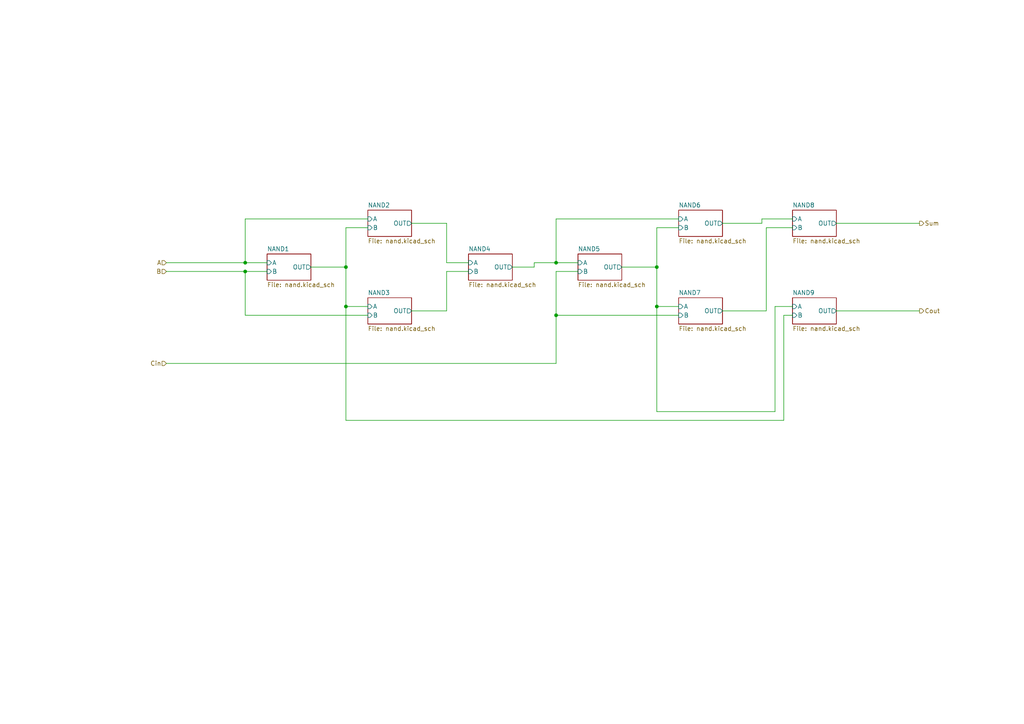
<source format=kicad_sch>
(kicad_sch
	(version 20231120)
	(generator "eeschema")
	(generator_version "8.0")
	(uuid "af218313-781e-4b38-a801-e43dc962a245")
	(paper "A4")
	(lib_symbols)
	(junction
		(at 161.29 91.44)
		(diameter 0)
		(color 0 0 0 0)
		(uuid "0afeaad8-8f78-4a95-818f-f6502d08ef04")
	)
	(junction
		(at 71.12 76.2)
		(diameter 0)
		(color 0 0 0 0)
		(uuid "1ac1a938-eab2-46a2-9177-d3f46ed84056")
	)
	(junction
		(at 190.5 88.9)
		(diameter 0)
		(color 0 0 0 0)
		(uuid "51641216-6e3d-4013-86ad-7d1d3827a3f0")
	)
	(junction
		(at 100.33 88.9)
		(diameter 0)
		(color 0 0 0 0)
		(uuid "6153ead9-c468-4549-8066-3efaa5366367")
	)
	(junction
		(at 71.12 78.74)
		(diameter 0)
		(color 0 0 0 0)
		(uuid "73584d66-58e3-4aea-989e-597ecdbb0836")
	)
	(junction
		(at 100.33 77.47)
		(diameter 0)
		(color 0 0 0 0)
		(uuid "ac24fd5a-bf55-4f09-ac56-6b51b4a2dac7")
	)
	(junction
		(at 190.5 77.47)
		(diameter 0)
		(color 0 0 0 0)
		(uuid "be3f0553-73a5-4baf-9643-622449e407cc")
	)
	(junction
		(at 161.29 76.2)
		(diameter 0)
		(color 0 0 0 0)
		(uuid "c56e8933-e029-42e1-a77c-a1fcf148ea40")
	)
	(wire
		(pts
			(xy 129.54 90.17) (xy 129.54 78.74)
		)
		(stroke
			(width 0)
			(type default)
		)
		(uuid "004f4c38-a1e3-4da1-b337-12a003c386ba")
	)
	(wire
		(pts
			(xy 190.5 77.47) (xy 190.5 66.04)
		)
		(stroke
			(width 0)
			(type default)
		)
		(uuid "040c62e9-98ad-4cfc-88ce-64ca247485a3")
	)
	(wire
		(pts
			(xy 100.33 77.47) (xy 100.33 66.04)
		)
		(stroke
			(width 0)
			(type default)
		)
		(uuid "0573f467-c5d8-4ad9-8489-2daf4f3af23f")
	)
	(wire
		(pts
			(xy 209.55 64.77) (xy 220.98 64.77)
		)
		(stroke
			(width 0)
			(type default)
		)
		(uuid "11026d9f-3642-4a13-8789-6ae54a4170b8")
	)
	(wire
		(pts
			(xy 190.5 66.04) (xy 196.85 66.04)
		)
		(stroke
			(width 0)
			(type default)
		)
		(uuid "14bb86be-21ac-4421-8a08-a9c5d35e6e9d")
	)
	(wire
		(pts
			(xy 161.29 78.74) (xy 161.29 91.44)
		)
		(stroke
			(width 0)
			(type default)
		)
		(uuid "20c4b99e-d076-45ee-bcef-66f37816e9fe")
	)
	(wire
		(pts
			(xy 229.87 88.9) (xy 224.79 88.9)
		)
		(stroke
			(width 0)
			(type default)
		)
		(uuid "23d265a4-7be4-44cd-8dba-96591d6c2046")
	)
	(wire
		(pts
			(xy 119.38 90.17) (xy 129.54 90.17)
		)
		(stroke
			(width 0)
			(type default)
		)
		(uuid "2ed198b0-a016-486f-8ba9-3fd88ee1559d")
	)
	(wire
		(pts
			(xy 161.29 91.44) (xy 161.29 105.41)
		)
		(stroke
			(width 0)
			(type default)
		)
		(uuid "36828f54-abe9-45c2-b859-511e8556393c")
	)
	(wire
		(pts
			(xy 100.33 121.92) (xy 227.33 121.92)
		)
		(stroke
			(width 0)
			(type default)
		)
		(uuid "3b40dd88-24ed-44ca-a5ac-4f9fb235146e")
	)
	(wire
		(pts
			(xy 190.5 119.38) (xy 224.79 119.38)
		)
		(stroke
			(width 0)
			(type default)
		)
		(uuid "3c42fe01-375a-4954-b899-b0f2b096f45a")
	)
	(wire
		(pts
			(xy 129.54 78.74) (xy 135.89 78.74)
		)
		(stroke
			(width 0)
			(type default)
		)
		(uuid "43cae488-5fc0-4c23-99bc-aa8a20e323a6")
	)
	(wire
		(pts
			(xy 161.29 76.2) (xy 161.29 63.5)
		)
		(stroke
			(width 0)
			(type default)
		)
		(uuid "442fb1b4-d49d-4fc3-8f89-16ac85d12f1b")
	)
	(wire
		(pts
			(xy 242.57 90.17) (xy 266.7 90.17)
		)
		(stroke
			(width 0)
			(type default)
		)
		(uuid "45c9e99b-3f40-4ad3-956f-320f99221ec7")
	)
	(wire
		(pts
			(xy 71.12 63.5) (xy 71.12 76.2)
		)
		(stroke
			(width 0)
			(type default)
		)
		(uuid "48751fdc-b7df-4dbd-947d-53044663fb1e")
	)
	(wire
		(pts
			(xy 180.34 77.47) (xy 190.5 77.47)
		)
		(stroke
			(width 0)
			(type default)
		)
		(uuid "4bb44a19-2f41-4005-8aa5-12704b407772")
	)
	(wire
		(pts
			(xy 222.25 66.04) (xy 229.87 66.04)
		)
		(stroke
			(width 0)
			(type default)
		)
		(uuid "5565962e-fc24-4cab-825a-78277a975e8e")
	)
	(wire
		(pts
			(xy 71.12 63.5) (xy 106.68 63.5)
		)
		(stroke
			(width 0)
			(type default)
		)
		(uuid "578f5577-6ef2-4936-b2f3-d066c68e93c5")
	)
	(wire
		(pts
			(xy 167.64 78.74) (xy 161.29 78.74)
		)
		(stroke
			(width 0)
			(type default)
		)
		(uuid "597cad29-d740-4699-afa7-5d2fac588c76")
	)
	(wire
		(pts
			(xy 100.33 88.9) (xy 100.33 121.92)
		)
		(stroke
			(width 0)
			(type default)
		)
		(uuid "60a5a1d1-7db2-470a-8374-e27274772014")
	)
	(wire
		(pts
			(xy 161.29 76.2) (xy 167.64 76.2)
		)
		(stroke
			(width 0)
			(type default)
		)
		(uuid "617f6736-f31c-412c-8ab2-6a86006f8733")
	)
	(wire
		(pts
			(xy 229.87 91.44) (xy 227.33 91.44)
		)
		(stroke
			(width 0)
			(type default)
		)
		(uuid "660b5eb4-3010-4265-b299-02fafdbd8736")
	)
	(wire
		(pts
			(xy 227.33 91.44) (xy 227.33 121.92)
		)
		(stroke
			(width 0)
			(type default)
		)
		(uuid "6c7a8ac6-2438-4844-aced-7bd49ef8ceeb")
	)
	(wire
		(pts
			(xy 224.79 88.9) (xy 224.79 119.38)
		)
		(stroke
			(width 0)
			(type default)
		)
		(uuid "73d1898d-6560-4e1c-86ee-670eeb3919fb")
	)
	(wire
		(pts
			(xy 154.94 76.2) (xy 161.29 76.2)
		)
		(stroke
			(width 0)
			(type default)
		)
		(uuid "79107e91-0dae-4a21-a7a7-a9380a8d0421")
	)
	(wire
		(pts
			(xy 242.57 64.77) (xy 266.7 64.77)
		)
		(stroke
			(width 0)
			(type default)
		)
		(uuid "7fcb4bfb-f3e4-4b24-b804-a665199cbb5d")
	)
	(wire
		(pts
			(xy 220.98 64.77) (xy 220.98 63.5)
		)
		(stroke
			(width 0)
			(type default)
		)
		(uuid "8438112c-651b-4e52-884d-63fc73b0230b")
	)
	(wire
		(pts
			(xy 190.5 88.9) (xy 190.5 119.38)
		)
		(stroke
			(width 0)
			(type default)
		)
		(uuid "8809980d-c763-4049-ba04-8146743fc554")
	)
	(wire
		(pts
			(xy 209.55 90.17) (xy 222.25 90.17)
		)
		(stroke
			(width 0)
			(type default)
		)
		(uuid "8efd3418-5ab6-44a4-9269-5b8d9e662731")
	)
	(wire
		(pts
			(xy 48.26 105.41) (xy 161.29 105.41)
		)
		(stroke
			(width 0)
			(type default)
		)
		(uuid "924f9b75-9ffa-49a6-9a59-a115dfa9e55a")
	)
	(wire
		(pts
			(xy 48.26 78.74) (xy 71.12 78.74)
		)
		(stroke
			(width 0)
			(type default)
		)
		(uuid "947dd494-bc01-4b28-99b6-1cd159892fa2")
	)
	(wire
		(pts
			(xy 77.47 78.74) (xy 71.12 78.74)
		)
		(stroke
			(width 0)
			(type default)
		)
		(uuid "9656aa9d-25aa-4477-a350-d806a56e285c")
	)
	(wire
		(pts
			(xy 119.38 64.77) (xy 129.54 64.77)
		)
		(stroke
			(width 0)
			(type default)
		)
		(uuid "99b61d19-3dde-4018-a6c6-0af06cb943ac")
	)
	(wire
		(pts
			(xy 129.54 76.2) (xy 135.89 76.2)
		)
		(stroke
			(width 0)
			(type default)
		)
		(uuid "adddfa10-428e-4ebf-9f50-b228c2e7112d")
	)
	(wire
		(pts
			(xy 220.98 63.5) (xy 229.87 63.5)
		)
		(stroke
			(width 0)
			(type default)
		)
		(uuid "b375b8ab-2113-41f8-b288-1c4e5e891767")
	)
	(wire
		(pts
			(xy 100.33 77.47) (xy 100.33 88.9)
		)
		(stroke
			(width 0)
			(type default)
		)
		(uuid "b5054364-7a68-4906-90cb-1f56e5bda2d7")
	)
	(wire
		(pts
			(xy 154.94 77.47) (xy 148.59 77.47)
		)
		(stroke
			(width 0)
			(type default)
		)
		(uuid "b80048a6-2947-4f5d-b476-231c32de3e75")
	)
	(wire
		(pts
			(xy 154.94 76.2) (xy 154.94 77.47)
		)
		(stroke
			(width 0)
			(type default)
		)
		(uuid "b842bc40-9731-4023-8289-5686288af5ce")
	)
	(wire
		(pts
			(xy 90.17 77.47) (xy 100.33 77.47)
		)
		(stroke
			(width 0)
			(type default)
		)
		(uuid "c27823e1-8f07-4cce-b171-4fd793df256b")
	)
	(wire
		(pts
			(xy 71.12 78.74) (xy 71.12 91.44)
		)
		(stroke
			(width 0)
			(type default)
		)
		(uuid "c3eb61b9-0970-4f32-86f6-8830a6578d17")
	)
	(wire
		(pts
			(xy 222.25 90.17) (xy 222.25 66.04)
		)
		(stroke
			(width 0)
			(type default)
		)
		(uuid "cbddd1f4-750d-48d5-a1ed-2a4388db50ab")
	)
	(wire
		(pts
			(xy 190.5 77.47) (xy 190.5 88.9)
		)
		(stroke
			(width 0)
			(type default)
		)
		(uuid "ce51b0ff-9272-44a9-832c-e1215b18e6c5")
	)
	(wire
		(pts
			(xy 190.5 88.9) (xy 196.85 88.9)
		)
		(stroke
			(width 0)
			(type default)
		)
		(uuid "d0b0d085-46b5-436d-b8c0-f671997ecac0")
	)
	(wire
		(pts
			(xy 100.33 66.04) (xy 106.68 66.04)
		)
		(stroke
			(width 0)
			(type default)
		)
		(uuid "d557fd5e-f05d-4f9b-b430-aacc0df4c60f")
	)
	(wire
		(pts
			(xy 71.12 91.44) (xy 106.68 91.44)
		)
		(stroke
			(width 0)
			(type default)
		)
		(uuid "dbd8e37f-717f-4a7d-9834-4b2285228076")
	)
	(wire
		(pts
			(xy 48.26 76.2) (xy 71.12 76.2)
		)
		(stroke
			(width 0)
			(type default)
		)
		(uuid "dde32a4b-1026-49ad-87a3-2219558ef451")
	)
	(wire
		(pts
			(xy 129.54 64.77) (xy 129.54 76.2)
		)
		(stroke
			(width 0)
			(type default)
		)
		(uuid "e4ed2cfe-6b8a-46d4-8ebc-97082cbb6e16")
	)
	(wire
		(pts
			(xy 161.29 63.5) (xy 196.85 63.5)
		)
		(stroke
			(width 0)
			(type default)
		)
		(uuid "eb1c2be3-03df-4eb6-94af-55cc13e44e78")
	)
	(wire
		(pts
			(xy 161.29 91.44) (xy 196.85 91.44)
		)
		(stroke
			(width 0)
			(type default)
		)
		(uuid "efe89bd8-8fc3-43b5-8b67-1bf8044dcbc0")
	)
	(wire
		(pts
			(xy 77.47 76.2) (xy 71.12 76.2)
		)
		(stroke
			(width 0)
			(type default)
		)
		(uuid "f7b9aa7d-baaa-4b19-80d9-740d7b8aad0f")
	)
	(wire
		(pts
			(xy 100.33 88.9) (xy 106.68 88.9)
		)
		(stroke
			(width 0)
			(type default)
		)
		(uuid "fefa50ae-c3ea-4cec-b657-99e2937f24a4")
	)
	(hierarchical_label "Cin"
		(shape input)
		(at 48.26 105.41 180)
		(fields_autoplaced yes)
		(effects
			(font
				(size 1.27 1.27)
			)
			(justify right)
		)
		(uuid "37c47ec3-d856-4075-9bc3-28969926b04b")
	)
	(hierarchical_label "A"
		(shape input)
		(at 48.26 76.2 180)
		(fields_autoplaced yes)
		(effects
			(font
				(size 1.27 1.27)
			)
			(justify right)
		)
		(uuid "3b4c8f60-7776-49ea-b587-a64d28cea8b7")
	)
	(hierarchical_label "Sum"
		(shape output)
		(at 266.7 64.77 0)
		(fields_autoplaced yes)
		(effects
			(font
				(size 1.27 1.27)
			)
			(justify left)
		)
		(uuid "7ef19e30-2ea8-4aa1-b7f0-445f8eeea760")
	)
	(hierarchical_label "B"
		(shape input)
		(at 48.26 78.74 180)
		(fields_autoplaced yes)
		(effects
			(font
				(size 1.27 1.27)
			)
			(justify right)
		)
		(uuid "9907f684-7228-4b58-b8ee-928c6decba40")
	)
	(hierarchical_label "Cout"
		(shape output)
		(at 266.7 90.17 0)
		(fields_autoplaced yes)
		(effects
			(font
				(size 1.27 1.27)
			)
			(justify left)
		)
		(uuid "cdf90ead-bf22-495b-a9df-2e3ce40d37f1")
	)
	(sheet
		(at 135.89 73.66)
		(size 12.7 7.62)
		(fields_autoplaced yes)
		(stroke
			(width 0.1524)
			(type solid)
		)
		(fill
			(color 0 0 0 0.0000)
		)
		(uuid "091750df-76b5-42e2-8a9a-64e92cd712cb")
		(property "Sheetname" "NAND4"
			(at 135.89 72.9484 0)
			(effects
				(font
					(size 1.27 1.27)
				)
				(justify left bottom)
			)
		)
		(property "Sheetfile" "nand.kicad_sch"
			(at 135.89 81.8646 0)
			(effects
				(font
					(size 1.27 1.27)
				)
				(justify left top)
			)
		)
		(pin "B" input
			(at 135.89 78.74 180)
			(effects
				(font
					(size 1.27 1.27)
				)
				(justify left)
			)
			(uuid "da15fba3-6d93-4e62-9b66-18f3a3f29f13")
		)
		(pin "A" input
			(at 135.89 76.2 180)
			(effects
				(font
					(size 1.27 1.27)
				)
				(justify left)
			)
			(uuid "4a72f0ed-cdfd-4fd5-8c43-278c61d2326f")
		)
		(pin "OUT" output
			(at 148.59 77.47 0)
			(effects
				(font
					(size 1.27 1.27)
				)
				(justify right)
			)
			(uuid "d0525265-aeff-4e80-b3b5-102e10c3d491")
		)
		(instances
			(project "transistor_party"
				(path "/02fedac3-53d6-4e47-b3de-ddf82937d227/326b1545-db91-4803-823f-551937ef7845"
					(page "7")
				)
				(path "/02fedac3-53d6-4e47-b3de-ddf82937d227/efaec52a-263e-47ce-b4c6-32529fa63006"
					(page "16")
				)
				(path "/02fedac3-53d6-4e47-b3de-ddf82937d227/65b9e87e-7177-48b7-bd59-7c1c56212b19"
					(page "26")
				)
				(path "/02fedac3-53d6-4e47-b3de-ddf82937d227/b4fa47f3-71d0-4ae3-9e8e-2ba4a331a3cf"
					(page "36")
				)
			)
		)
	)
	(sheet
		(at 229.87 86.36)
		(size 12.7 7.62)
		(fields_autoplaced yes)
		(stroke
			(width 0.1524)
			(type solid)
		)
		(fill
			(color 0 0 0 0.0000)
		)
		(uuid "21b23b47-7c3d-4745-a4bf-835aa5fe0383")
		(property "Sheetname" "NAND9"
			(at 229.87 85.6484 0)
			(effects
				(font
					(size 1.27 1.27)
				)
				(justify left bottom)
			)
		)
		(property "Sheetfile" "nand.kicad_sch"
			(at 229.87 94.5646 0)
			(effects
				(font
					(size 1.27 1.27)
				)
				(justify left top)
			)
		)
		(pin "B" input
			(at 229.87 91.44 180)
			(effects
				(font
					(size 1.27 1.27)
				)
				(justify left)
			)
			(uuid "23604f08-c5ac-4ed5-b2a9-98a7ec91996b")
		)
		(pin "A" input
			(at 229.87 88.9 180)
			(effects
				(font
					(size 1.27 1.27)
				)
				(justify left)
			)
			(uuid "762b830e-6fe6-479f-8c06-9420f7c25d06")
		)
		(pin "OUT" output
			(at 242.57 90.17 0)
			(effects
				(font
					(size 1.27 1.27)
				)
				(justify right)
			)
			(uuid "7f9740aa-7e7d-4557-8eab-4fefbd10db15")
		)
		(instances
			(project "transistor_party"
				(path "/02fedac3-53d6-4e47-b3de-ddf82937d227/326b1545-db91-4803-823f-551937ef7845"
					(page "12")
				)
				(path "/02fedac3-53d6-4e47-b3de-ddf82937d227/efaec52a-263e-47ce-b4c6-32529fa63006"
					(page "20")
				)
				(path "/02fedac3-53d6-4e47-b3de-ddf82937d227/65b9e87e-7177-48b7-bd59-7c1c56212b19"
					(page "30")
				)
				(path "/02fedac3-53d6-4e47-b3de-ddf82937d227/b4fa47f3-71d0-4ae3-9e8e-2ba4a331a3cf"
					(page "40")
				)
			)
		)
	)
	(sheet
		(at 106.68 86.36)
		(size 12.7 7.62)
		(fields_autoplaced yes)
		(stroke
			(width 0.1524)
			(type solid)
		)
		(fill
			(color 0 0 0 0.0000)
		)
		(uuid "63515ed0-77ff-4884-8ca8-78a23b14c42f")
		(property "Sheetname" "NAND3"
			(at 106.68 85.6484 0)
			(effects
				(font
					(size 1.27 1.27)
				)
				(justify left bottom)
			)
		)
		(property "Sheetfile" "nand.kicad_sch"
			(at 106.68 94.5646 0)
			(effects
				(font
					(size 1.27 1.27)
				)
				(justify left top)
			)
		)
		(pin "B" input
			(at 106.68 91.44 180)
			(effects
				(font
					(size 1.27 1.27)
				)
				(justify left)
			)
			(uuid "2b45500f-5144-4b2f-ac4e-9de8987a941b")
		)
		(pin "A" input
			(at 106.68 88.9 180)
			(effects
				(font
					(size 1.27 1.27)
				)
				(justify left)
			)
			(uuid "8f58d09b-5be9-4f0b-b5e3-f2ecb1805a5c")
		)
		(pin "OUT" output
			(at 119.38 90.17 0)
			(effects
				(font
					(size 1.27 1.27)
				)
				(justify right)
			)
			(uuid "c03b7a44-9bf6-45f4-905e-f11c7eaebaa0")
		)
		(instances
			(project "transistor_party"
				(path "/02fedac3-53d6-4e47-b3de-ddf82937d227/326b1545-db91-4803-823f-551937ef7845"
					(page "6")
				)
				(path "/02fedac3-53d6-4e47-b3de-ddf82937d227/efaec52a-263e-47ce-b4c6-32529fa63006"
					(page "14")
				)
				(path "/02fedac3-53d6-4e47-b3de-ddf82937d227/65b9e87e-7177-48b7-bd59-7c1c56212b19"
					(page "24")
				)
				(path "/02fedac3-53d6-4e47-b3de-ddf82937d227/b4fa47f3-71d0-4ae3-9e8e-2ba4a331a3cf"
					(page "34")
				)
			)
		)
	)
	(sheet
		(at 167.64 73.66)
		(size 12.7 7.62)
		(fields_autoplaced yes)
		(stroke
			(width 0.1524)
			(type solid)
		)
		(fill
			(color 0 0 0 0.0000)
		)
		(uuid "aad5a6f1-c382-407d-a7e9-1ef8c062a9b9")
		(property "Sheetname" "NAND5"
			(at 167.64 72.9484 0)
			(effects
				(font
					(size 1.27 1.27)
				)
				(justify left bottom)
			)
		)
		(property "Sheetfile" "nand.kicad_sch"
			(at 167.64 81.8646 0)
			(effects
				(font
					(size 1.27 1.27)
				)
				(justify left top)
			)
		)
		(pin "B" input
			(at 167.64 78.74 180)
			(effects
				(font
					(size 1.27 1.27)
				)
				(justify left)
			)
			(uuid "42c925e1-8678-496e-b754-2770785a5ed4")
		)
		(pin "A" input
			(at 167.64 76.2 180)
			(effects
				(font
					(size 1.27 1.27)
				)
				(justify left)
			)
			(uuid "46fcd41f-eb63-45e2-bdc4-dc4f60c2663c")
		)
		(pin "OUT" output
			(at 180.34 77.47 0)
			(effects
				(font
					(size 1.27 1.27)
				)
				(justify right)
			)
			(uuid "68972af8-0b45-4930-b9c9-4862fca91442")
		)
		(instances
			(project "transistor_party"
				(path "/02fedac3-53d6-4e47-b3de-ddf82937d227/326b1545-db91-4803-823f-551937ef7845"
					(page "8")
				)
				(path "/02fedac3-53d6-4e47-b3de-ddf82937d227/efaec52a-263e-47ce-b4c6-32529fa63006"
					(page "17")
				)
				(path "/02fedac3-53d6-4e47-b3de-ddf82937d227/65b9e87e-7177-48b7-bd59-7c1c56212b19"
					(page "27")
				)
				(path "/02fedac3-53d6-4e47-b3de-ddf82937d227/b4fa47f3-71d0-4ae3-9e8e-2ba4a331a3cf"
					(page "37")
				)
			)
		)
	)
	(sheet
		(at 196.85 60.96)
		(size 12.7 7.62)
		(fields_autoplaced yes)
		(stroke
			(width 0.1524)
			(type solid)
		)
		(fill
			(color 0 0 0 0.0000)
		)
		(uuid "af2b1309-27ee-41c1-9914-ed41953c9448")
		(property "Sheetname" "NAND6"
			(at 196.85 60.2484 0)
			(effects
				(font
					(size 1.27 1.27)
				)
				(justify left bottom)
			)
		)
		(property "Sheetfile" "nand.kicad_sch"
			(at 196.85 69.1646 0)
			(effects
				(font
					(size 1.27 1.27)
				)
				(justify left top)
			)
		)
		(pin "B" input
			(at 196.85 66.04 180)
			(effects
				(font
					(size 1.27 1.27)
				)
				(justify left)
			)
			(uuid "211a041d-452a-4d9a-ae14-d86534600b35")
		)
		(pin "A" input
			(at 196.85 63.5 180)
			(effects
				(font
					(size 1.27 1.27)
				)
				(justify left)
			)
			(uuid "570e48d5-4e7c-4374-8f0d-3ac75d64ea7c")
		)
		(pin "OUT" output
			(at 209.55 64.77 0)
			(effects
				(font
					(size 1.27 1.27)
				)
				(justify right)
			)
			(uuid "faf7bab3-a9b9-4a71-af71-9bbf14e00ac6")
		)
		(instances
			(project "transistor_party"
				(path "/02fedac3-53d6-4e47-b3de-ddf82937d227/326b1545-db91-4803-823f-551937ef7845"
					(page "9")
				)
				(path "/02fedac3-53d6-4e47-b3de-ddf82937d227/efaec52a-263e-47ce-b4c6-32529fa63006"
					(page "18")
				)
				(path "/02fedac3-53d6-4e47-b3de-ddf82937d227/65b9e87e-7177-48b7-bd59-7c1c56212b19"
					(page "28")
				)
				(path "/02fedac3-53d6-4e47-b3de-ddf82937d227/b4fa47f3-71d0-4ae3-9e8e-2ba4a331a3cf"
					(page "38")
				)
			)
		)
	)
	(sheet
		(at 77.47 73.66)
		(size 12.7 7.62)
		(fields_autoplaced yes)
		(stroke
			(width 0.1524)
			(type solid)
		)
		(fill
			(color 0 0 0 0.0000)
		)
		(uuid "c46dc4cd-82f3-47d7-9f54-5a57a64b015f")
		(property "Sheetname" "NAND1"
			(at 77.47 72.9484 0)
			(effects
				(font
					(size 1.27 1.27)
				)
				(justify left bottom)
			)
		)
		(property "Sheetfile" "nand.kicad_sch"
			(at 77.47 81.8646 0)
			(effects
				(font
					(size 1.27 1.27)
				)
				(justify left top)
			)
		)
		(pin "B" input
			(at 77.47 78.74 180)
			(effects
				(font
					(size 1.27 1.27)
				)
				(justify left)
			)
			(uuid "34e0c853-909e-45fe-a4e1-284d6badca05")
		)
		(pin "A" input
			(at 77.47 76.2 180)
			(effects
				(font
					(size 1.27 1.27)
				)
				(justify left)
			)
			(uuid "e3445a40-a691-456d-9e74-250528904bc0")
		)
		(pin "OUT" output
			(at 90.17 77.47 0)
			(effects
				(font
					(size 1.27 1.27)
				)
				(justify right)
			)
			(uuid "2b2a0f6c-cc3e-439c-9cf2-0f20ff582068")
		)
		(instances
			(project "transistor_party"
				(path "/02fedac3-53d6-4e47-b3de-ddf82937d227/326b1545-db91-4803-823f-551937ef7845"
					(page "4")
				)
				(path "/02fedac3-53d6-4e47-b3de-ddf82937d227/efaec52a-263e-47ce-b4c6-32529fa63006"
					(page "13")
				)
				(path "/02fedac3-53d6-4e47-b3de-ddf82937d227/65b9e87e-7177-48b7-bd59-7c1c56212b19"
					(page "23")
				)
				(path "/02fedac3-53d6-4e47-b3de-ddf82937d227/b4fa47f3-71d0-4ae3-9e8e-2ba4a331a3cf"
					(page "33")
				)
			)
		)
	)
	(sheet
		(at 196.85 86.36)
		(size 12.7 7.62)
		(fields_autoplaced yes)
		(stroke
			(width 0.1524)
			(type solid)
		)
		(fill
			(color 0 0 0 0.0000)
		)
		(uuid "c58dcf74-01ca-430f-91ad-4634a4671887")
		(property "Sheetname" "NAND7"
			(at 196.85 85.6484 0)
			(effects
				(font
					(size 1.27 1.27)
				)
				(justify left bottom)
			)
		)
		(property "Sheetfile" "nand.kicad_sch"
			(at 196.85 94.5646 0)
			(effects
				(font
					(size 1.27 1.27)
				)
				(justify left top)
			)
		)
		(pin "B" input
			(at 196.85 91.44 180)
			(effects
				(font
					(size 1.27 1.27)
				)
				(justify left)
			)
			(uuid "c69994d9-9842-4947-8d55-eeb5f43423e2")
		)
		(pin "A" input
			(at 196.85 88.9 180)
			(effects
				(font
					(size 1.27 1.27)
				)
				(justify left)
			)
			(uuid "7fe0ea39-aff2-4f75-bb3d-7418228456d2")
		)
		(pin "OUT" output
			(at 209.55 90.17 0)
			(effects
				(font
					(size 1.27 1.27)
				)
				(justify right)
			)
			(uuid "69d96081-42aa-4114-a427-c50c13200904")
		)
		(instances
			(project "transistor_party"
				(path "/02fedac3-53d6-4e47-b3de-ddf82937d227/326b1545-db91-4803-823f-551937ef7845"
					(page "10")
				)
				(path "/02fedac3-53d6-4e47-b3de-ddf82937d227/efaec52a-263e-47ce-b4c6-32529fa63006"
					(page "19")
				)
				(path "/02fedac3-53d6-4e47-b3de-ddf82937d227/65b9e87e-7177-48b7-bd59-7c1c56212b19"
					(page "29")
				)
				(path "/02fedac3-53d6-4e47-b3de-ddf82937d227/b4fa47f3-71d0-4ae3-9e8e-2ba4a331a3cf"
					(page "39")
				)
			)
		)
	)
	(sheet
		(at 229.87 60.96)
		(size 12.7 7.62)
		(fields_autoplaced yes)
		(stroke
			(width 0.1524)
			(type solid)
		)
		(fill
			(color 0 0 0 0.0000)
		)
		(uuid "d4b8f768-5004-4f29-b2e8-fb5065a77bd7")
		(property "Sheetname" "NAND8"
			(at 229.87 60.2484 0)
			(effects
				(font
					(size 1.27 1.27)
				)
				(justify left bottom)
			)
		)
		(property "Sheetfile" "nand.kicad_sch"
			(at 229.87 69.1646 0)
			(effects
				(font
					(size 1.27 1.27)
				)
				(justify left top)
			)
		)
		(pin "B" input
			(at 229.87 66.04 180)
			(effects
				(font
					(size 1.27 1.27)
				)
				(justify left)
			)
			(uuid "ccf0b875-7772-48c1-82f4-75920882e9c6")
		)
		(pin "A" input
			(at 229.87 63.5 180)
			(effects
				(font
					(size 1.27 1.27)
				)
				(justify left)
			)
			(uuid "ff505641-5223-49ca-9048-c3329a7a7b88")
		)
		(pin "OUT" output
			(at 242.57 64.77 0)
			(effects
				(font
					(size 1.27 1.27)
				)
				(justify right)
			)
			(uuid "b5065c49-e802-4cbf-b539-bc8d76a2baea")
		)
		(instances
			(project "transistor_party"
				(path "/02fedac3-53d6-4e47-b3de-ddf82937d227/326b1545-db91-4803-823f-551937ef7845"
					(page "11")
				)
				(path "/02fedac3-53d6-4e47-b3de-ddf82937d227/efaec52a-263e-47ce-b4c6-32529fa63006"
					(page "21")
				)
				(path "/02fedac3-53d6-4e47-b3de-ddf82937d227/65b9e87e-7177-48b7-bd59-7c1c56212b19"
					(page "31")
				)
				(path "/02fedac3-53d6-4e47-b3de-ddf82937d227/b4fa47f3-71d0-4ae3-9e8e-2ba4a331a3cf"
					(page "41")
				)
			)
		)
	)
	(sheet
		(at 106.68 60.96)
		(size 12.7 7.62)
		(fields_autoplaced yes)
		(stroke
			(width 0.1524)
			(type solid)
		)
		(fill
			(color 0 0 0 0.0000)
		)
		(uuid "eb15bbfe-25fc-4288-a4a7-52263c1aef04")
		(property "Sheetname" "NAND2"
			(at 106.68 60.2484 0)
			(effects
				(font
					(size 1.27 1.27)
				)
				(justify left bottom)
			)
		)
		(property "Sheetfile" "nand.kicad_sch"
			(at 106.68 69.1646 0)
			(effects
				(font
					(size 1.27 1.27)
				)
				(justify left top)
			)
		)
		(pin "B" input
			(at 106.68 66.04 180)
			(effects
				(font
					(size 1.27 1.27)
				)
				(justify left)
			)
			(uuid "fe9bb728-6a57-46cf-8c77-f47303210ab4")
		)
		(pin "A" input
			(at 106.68 63.5 180)
			(effects
				(font
					(size 1.27 1.27)
				)
				(justify left)
			)
			(uuid "f0c649f1-b847-4869-afc9-ef3492f18b65")
		)
		(pin "OUT" output
			(at 119.38 64.77 0)
			(effects
				(font
					(size 1.27 1.27)
				)
				(justify right)
			)
			(uuid "9a57d811-4def-4c96-8cab-951fd58eb16b")
		)
		(instances
			(project "transistor_party"
				(path "/02fedac3-53d6-4e47-b3de-ddf82937d227/326b1545-db91-4803-823f-551937ef7845"
					(page "5")
				)
				(path "/02fedac3-53d6-4e47-b3de-ddf82937d227/efaec52a-263e-47ce-b4c6-32529fa63006"
					(page "15")
				)
				(path "/02fedac3-53d6-4e47-b3de-ddf82937d227/65b9e87e-7177-48b7-bd59-7c1c56212b19"
					(page "25")
				)
				(path "/02fedac3-53d6-4e47-b3de-ddf82937d227/b4fa47f3-71d0-4ae3-9e8e-2ba4a331a3cf"
					(page "35")
				)
			)
		)
	)
)

</source>
